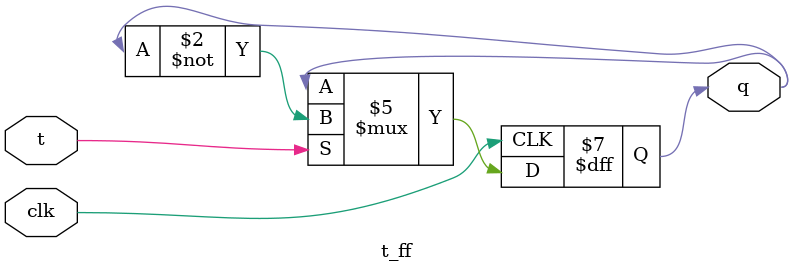
<source format=v>
module srff_using_tff(input s,r,clk, output q);
  wire t;
  and(and1,s,~q);
  and(and2,r,q);
  or(t,and1,and2);
  t_ff tff(t,clk,q);
endmodule
module t_ff(input t,clk,output reg q=1);
  always @(posedge clk) begin
    if(t)
      q<=~q;
    else
      q<=q;
  end
endmodule


</source>
